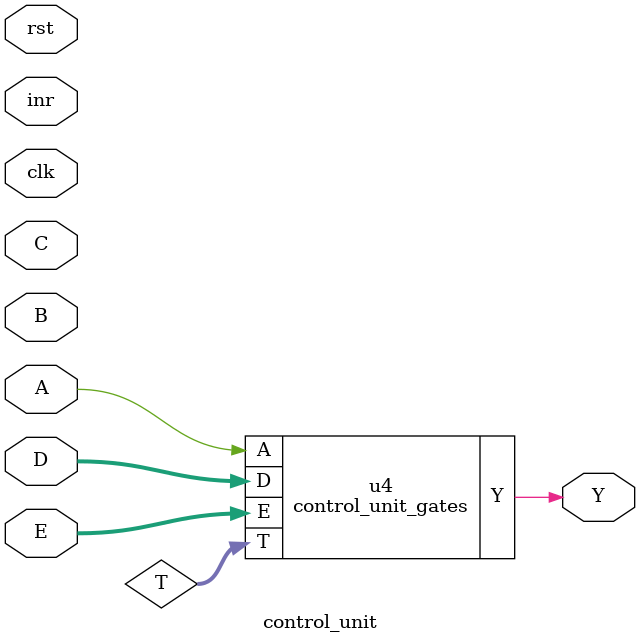
<source format=v>
module decoder3to8(
    input B,
    input C,
    input D,
    output reg [7:0] out
);
    always @(*)
    begin
        case({D,C,B})
            3'b000: out = 8'b00000001;
            3'b001: out = 8'b00000010;
            3'b010: out = 8'b00000100;
            3'b011: out = 8'b00001000;
            3'b100: out = 8'b00010000;
            3'b101: out = 8'b00100000;
            3'b110: out = 8'b01000000;
            3'b111: out = 8'b10000000;
            default: out = 8'b00000000;
        endcase
    end
endmodule

module decoder4to16(
    input E,
    input F,
    input G,
    input H,
    output reg [15:0] T
);
    always @(*)
    begin
        case ({E,F,G,H})
            4'b0000: T = 16'b0000000000000001;
            // ...
            default: T = 16'b0000000000000000;
        endcase
    end
endmodule

module sc(
    input inr ,
    input rst ,
    input clk ,
    output reg [3:0] count,
    output i,
    output j,
    output k,
    output l
);
    always @(posedge clk or posedge rst)
    begin
        if(rst)
            count <=4'b0000;
        else if(inr)
            count <=count + 1;
    end
    assign i=count[0];
    assign j=count[1];
    assign k=count[2];
    assign l=count[3];
endmodule

module control_unit_gates(
    input [7:0] D,
    input [15:0] T,
    input A,
    input [3:0] E,
    output Y
);
    wire [7:0] out_3to8;
    wire [15:0] out_4to16;

    decoder3to8 u1(
        .B(D[2]),
        .C(D[1]),
        .D(D[0]),
        .out(out_3to8)
    );

    decoder4to16 u2(
        .E(E[3]),
        .F(E[2]),
        .G(E[1]),
        .H(E[0]),
        .T(out_4to16)
    );

endmodule

module control_unit (
    input A,
    input B,
    input C,
    input [7:0]D,
    input [3:0] E,
    input clk,
    input rst,
    input inr,
    output Y
);
    wire [7:0] D;
    wire [15:0] T;

    sc u3(
        .inr(inr),
        .rst(rst),
        .clk(clk),
        .count(),
        .i(),
        .j(),
        .k(),
        .l()
    );

    control_unit_gates u4(
        .D(D),
        .T(T),
        .A(A),
        .E(E),
        .Y(Y)
    );

endmodule
</source>
